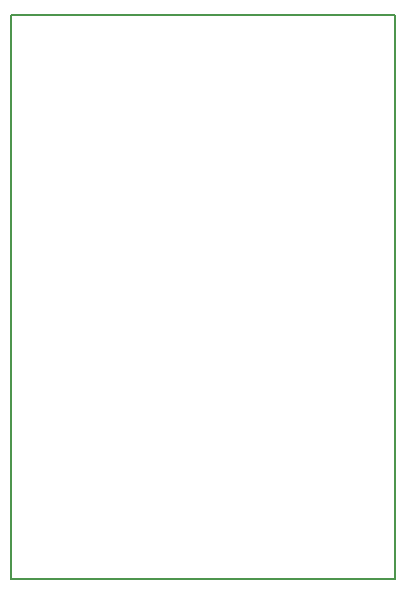
<source format=gbr>
G04 #@! TF.GenerationSoftware,KiCad,Pcbnew,(5.0.0)*
G04 #@! TF.CreationDate,2018-08-05T16:26:20+02:00*
G04 #@! TF.ProjectId,main,6D61696E2E6B696361645F7063620000,rev?*
G04 #@! TF.SameCoordinates,PX6312cb0PY66b4f80*
G04 #@! TF.FileFunction,Profile,NP*
%FSLAX46Y46*%
G04 Gerber Fmt 4.6, Leading zero omitted, Abs format (unit mm)*
G04 Created by KiCad (PCBNEW (5.0.0)) date 08/05/18 16:26:20*
%MOMM*%
%LPD*%
G01*
G04 APERTURE LIST*
%ADD10C,0.150000*%
G04 APERTURE END LIST*
D10*
X0Y0D02*
X0Y47752000D01*
X32512000Y0D02*
X0Y0D01*
X32512000Y47752000D02*
X32512000Y0D01*
X0Y47752000D02*
X32512000Y47752000D01*
M02*

</source>
